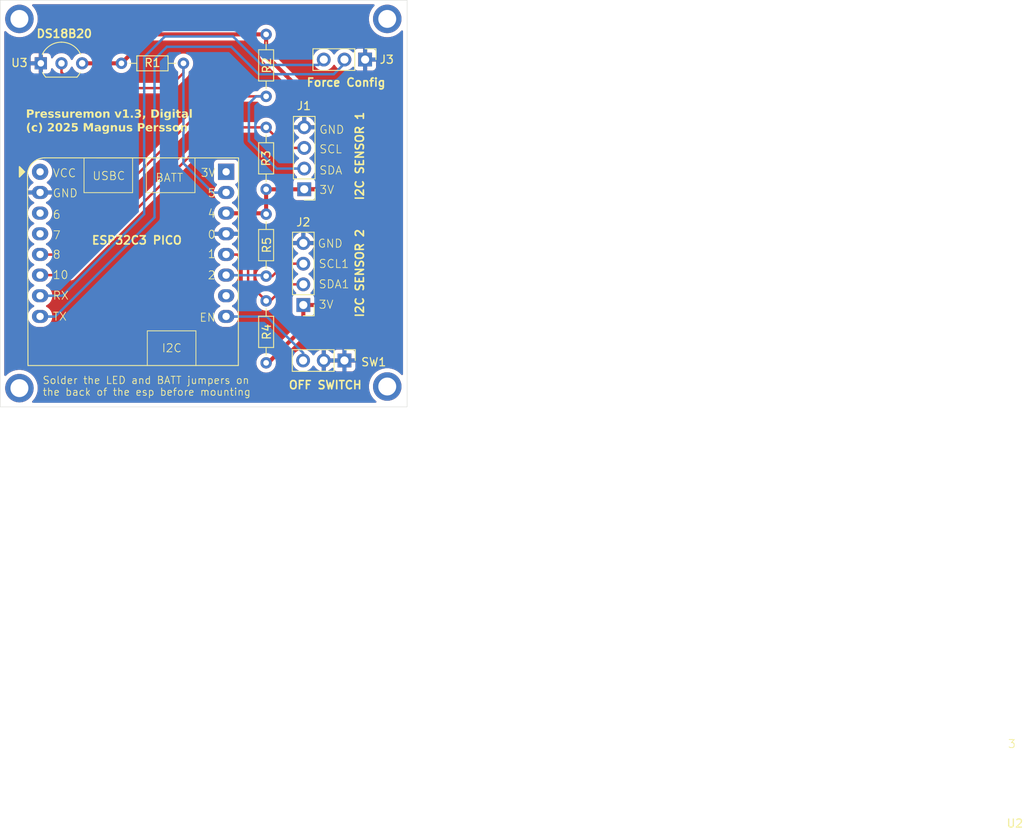
<source format=kicad_pcb>
(kicad_pcb (version 20241229) (generator "pcbnew") (generator_version "9.0")
  (layers (0 "F.Cu" signal) (2 "B.Cu" signal) (13 "F.Paste" user) (15 "B.Paste" user) (5 "F.SilkS" user "F.Silkscreen") (7 "B.SilkS" user "B.Silkscreen") (1 "F.Mask" user) (3 "B.Mask" user) (25 "Edge.Cuts" user))
  (net 0 "")
  (net 1 "GND")
  (net 2 "/SCL")
  (net 3 "/SDA")
  (net 4 "/SDA1")
  (net 5 "/SCL1")
  (net 6 "Net-(U2-5)")
  (net 9 "/VCC")
  (net 10 "Net-(J3-Pin_2)")
  (net 11 "Net-(J3-Pin_3)")
  (net 12 "Net-(SW1-C)")
  (footprint "Connector_PinHeader_2.54mm:PinHeader_1x03_P2.54mm_Vertical" (layer "F.Cu") (at 150.34 84.8 -90)
    (property "Reference" "SW1" (at 0.2 -3.6 180) (layer "F.SilkS"))
    (property "Value" "SW_SPDT" (hide yes))
    (fp_line (start -1.33 6.41) (end 1.33 6.41) (stroke (width 0.12)) (layer "F.SilkS"))
    (fp_line (start -1.33 1.27) (end -1.33 6.41) (stroke (width 0.12)) (layer "F.SilkS"))
    (fp_line (start -1.33 1.27) (end 1.33 1.27) (stroke (width 0.12)) (layer "F.SilkS"))
    (fp_line (start 1.33 1.27) (end 1.33 6.41) (stroke (width 0.12)) (layer "F.SilkS"))
    (fp_line (start -1.33 0) (end -1.33 -1.33) (stroke (width 0.12)) (layer "F.SilkS"))
    (fp_line (start -1.33 -1.33) (end 0 -1.33) (stroke (width 0.12)) (layer "F.SilkS"))
    (pad "1" thru_hole rect (at 0 0 270) (size 1.7 1.7) (drill 1) (layers "*.Cu" "*.Mask") (net 1 "GND"))
    (pad "2" thru_hole oval (at 0 2.54 270) (size 1.7 1.7) (drill 1) (layers "*.Cu" "*.Mask") (net 1 "GND"))
    (pad "3" thru_hole oval (at 0 5.08 270) (size 1.7 1.7) (drill 1) (layers "*.Cu" "*.Mask") (net 12 "Net-(SW1-C)"))
  )
  (footprint "Resistor_THT:R_Axial_DIN0204_L3.6mm_D1.6mm_P7.62mm_Horizontal" (layer "F.Cu") (at 140.716 85.09 90)
    (property "Reference" "R4" (at 3.81 0.084 90) (layer "F.SilkS"))
    (property "Value" "3.3k")
    (fp_line (start 5.73 -0.92) (end 1.89 -0.92) (stroke (width 0.12)) (layer "F.SilkS"))
    (fp_line (start 1.89 -0.92) (end 1.89 0.92) (stroke (width 0.12)) (layer "F.SilkS"))
    (fp_line (start 6.68 0) (end 5.73 0) (stroke (width 0.12)) (layer "F.SilkS"))
    (fp_line (start 0.94 0) (end 1.89 0) (stroke (width 0.12)) (layer "F.SilkS"))
    (fp_line (start 5.73 0.92) (end 5.73 -0.92) (stroke (width 0.12)) (layer "F.SilkS"))
    (fp_line (start 1.89 0.92) (end 5.73 0.92) (stroke (width 0.12)) (layer "F.SilkS"))
    (pad "1" thru_hole circle (at 0 0 90) (size 1.4 1.4) (drill 0.7) (layers "*.Cu" "*.Mask") (net 9 "/VCC"))
    (pad "2" thru_hole oval (at 7.62 0 90) (size 1.4 1.4) (drill 0.7) (layers "*.Cu" "*.Mask") (net 4 "/SDA1"))
  )
  (footprint "Connector_PinHeader_2.54mm:PinHeader_1x04_P2.54mm_Vertical" (layer "F.Cu") (at 145.4 63.744 180)
    (property "Reference" "J1" (at 0.034 10.244 0) (layer "F.SilkS"))
    (property "Value" "Conn_01x04_Pin" (hide yes))
    (fp_line (start 1.33 1.27) (end 1.33 8.95) (stroke (width 0.12)) (layer "F.SilkS"))
    (fp_line (start -1.33 8.95) (end 1.33 8.95) (stroke (width 0.12)) (layer "F.SilkS"))
    (fp_line (start -1.33 1.27) (end 1.33 1.27) (stroke (width 0.12)) (layer "F.SilkS"))
    (fp_line (start -1.33 1.27) (end -1.33 8.95) (stroke (width 0.12)) (layer "F.SilkS"))
    (fp_line (start -1.33 0) (end -1.33 -1.33) (stroke (width 0.12)) (layer "F.SilkS"))
    (fp_line (start -1.33 -1.33) (end 0 -1.33) (stroke (width 0.12)) (layer "F.SilkS"))
    (pad "1" thru_hole rect (at 0 0 180) (size 1.7 1.7) (drill 1) (layers "*.Cu" "*.Mask") (net 9 "/VCC"))
    (pad "2" thru_hole oval (at 0 2.54 180) (size 1.7 1.7) (drill 1) (layers "*.Cu" "*.Mask") (net 3 "/SDA"))
    (pad "3" thru_hole oval (at 0 5.08 180) (size 1.7 1.7) (drill 1) (layers "*.Cu" "*.Mask") (net 2 "/SCL"))
    (pad "4" thru_hole oval (at 0 7.62 180) (size 1.7 1.7) (drill 1) (layers "*.Cu" "*.Mask") (net 1 "GND"))
  )
  (footprint "Resistor_THT:R_Axial_DIN0204_L3.6mm_D1.6mm_P7.62mm_Horizontal" (layer "F.Cu") (at 122.936 48.26)
    (property "Reference" "R1" (at 3.81 -0.06 0) (layer "F.SilkS"))
    (property "Value" "3.3k")
    (fp_line (start 0.94 0) (end 1.89 0) (stroke (width 0.12)) (layer "F.SilkS"))
    (fp_line (start 1.89 -0.92) (end 1.89 0.92) (stroke (width 0.12)) (layer "F.SilkS"))
    (fp_line (start 1.89 0.92) (end 5.73 0.92) (stroke (width 0.12)) (layer "F.SilkS"))
    (fp_line (start 5.73 -0.92) (end 1.89 -0.92) (stroke (width 0.12)) (layer "F.SilkS"))
    (fp_line (start 5.73 0.92) (end 5.73 -0.92) (stroke (width 0.12)) (layer "F.SilkS"))
    (fp_line (start 6.68 0) (end 5.73 0) (stroke (width 0.12)) (layer "F.SilkS"))
    (pad "1" thru_hole circle (at 0 0) (size 1.4 1.4) (drill 0.7) (layers "*.Cu" "*.Mask") (net 9 "/VCC"))
    (pad "2" thru_hole oval (at 7.62 0) (size 1.4 1.4) (drill 0.7) (layers "*.Cu" "*.Mask") (net 6 "Net-(U2-5)"))
  )
  (footprint "Resistor_THT:R_Axial_DIN0204_L3.6mm_D1.6mm_P7.62mm_Horizontal" (layer "F.Cu") (at 140.716 44.704 -90)
    (property "Reference" "R2" (at 3.81 -0.084 90) (layer "F.SilkS"))
    (property "Value" "3.3k")
    (fp_line (start 1.89 0.92) (end 5.73 0.92) (stroke (width 0.12)) (layer "F.SilkS"))
    (fp_line (start 5.73 0.92) (end 5.73 -0.92) (stroke (width 0.12)) (layer "F.SilkS"))
    (fp_line (start 0.94 0) (end 1.89 0) (stroke (width 0.12)) (layer "F.SilkS"))
    (fp_line (start 6.68 0) (end 5.73 0) (stroke (width 0.12)) (layer "F.SilkS"))
    (fp_line (start 1.89 -0.92) (end 1.89 0.92) (stroke (width 0.12)) (layer "F.SilkS"))
    (fp_line (start 5.73 -0.92) (end 1.89 -0.92) (stroke (width 0.12)) (layer "F.SilkS"))
    (pad "1" thru_hole circle (at 0 0 270) (size 1.4 1.4) (drill 0.7) (layers "*.Cu" "*.Mask") (net 9 "/VCC"))
    (pad "2" thru_hole oval (at 7.62 0 270) (size 1.4 1.4) (drill 0.7) (layers "*.Cu" "*.Mask") (net 3 "/SDA"))
  )
  (footprint "MountingHole:MountingHole_2.2mm_M2_ISO7380_Pad" (layer "F.Cu") (at 155.6 42.8)
    (property "Reference" "H1" (hide yes))
    (property "Value" "MountingHole_Pad" (hide yes))
    (pad "1" thru_hole circle (at 0 0) (size 3.5 3.5) (drill 2.2) (layers "*.Cu" "*.Mask"))
  )
  (footprint "MountingHole:MountingHole_2.2mm_M2_ISO7380_Pad" (layer "F.Cu") (at 155.6 88)
    (property "Reference" "H3" (hide yes))
    (property "Value" "MountingHole_Pad" (hide yes))
    (pad "1" thru_hole circle (at 0 0) (size 3.5 3.5) (drill 2.2) (layers "*.Cu" "*.Mask"))
  )
  (footprint "MountingHole:MountingHole_2.2mm_M2_ISO7380_Pad" (layer "F.Cu") (at 110.4 42.8)
    (property "Reference" "H2" (hide yes))
    (property "Value" "MountingHole_Pad" (hide yes))
    (pad "1" thru_hole circle (at 0 0) (size 3.5 3.5) (drill 2.2) (layers "*.Cu" "*.Mask"))
  )
  (footprint "Package_TO_SOT_THT:TO-92L_Inline_Wide" (layer "F.Cu") (at 113.03 48.26)
    (property "Reference" "U3" (at -2.63 -0.06 0) (layer "F.SilkS"))
    (property "Value" "DS18B20")
    (fp_line (start 0.6 1.7) (end 4.45 1.7) (stroke (width 0.12)) (layer "F.SilkS"))
    (fp_arc (start 0.1836 -1.098807) (mid 1.143021 -2.192817) (end 2.54 -2.6) (stroke (width 0.12)) (layer "F.SilkS"))
    (fp_arc (start 0.6 1.7) (mid 0.389183 1.423933) (end 0.217369 1.122045) (stroke (width 0.12)) (layer "F.SilkS"))
    (fp_arc (start 2.54 -2.6) (mid 3.936979 -2.192818) (end 4.8964 -1.098807) (stroke (width 0.12)) (layer "F.SilkS"))
    (fp_arc (start 4.842383 1.112264) (mid 4.666594 1.419753) (end 4.45 1.7) (stroke (width 0.12)) (layer "F.SilkS"))
    (pad "1" thru_hole rect (at 0 0) (size 1.5 1.5) (drill 0.8) (layers "*.Cu" "*.Mask") (net 1 "GND"))
    (pad "2" thru_hole circle (at 2.54 0) (size 1.5 1.5) (drill 0.8) (layers "*.Cu" "*.Mask") (net 6 "Net-(U2-5)"))
    (pad "3" thru_hole circle (at 5.08 0) (size 1.5 1.5) (drill 0.8) (layers "*.Cu" "*.Mask") (net 9 "/VCC"))
  )
  (footprint "Resistor_THT:R_Axial_DIN0204_L3.6mm_D1.6mm_P7.62mm_Horizontal" (layer "F.Cu") (at 140.716 66.802 -90)
    (property "Reference" "R5" (at 3.81 -0.084 90) (layer "F.SilkS"))
    (property "Value" "3.3k")
    (fp_line (start 1.89 0.92) (end 5.73 0.92) (stroke (width 0.12)) (layer "F.SilkS"))
    (fp_line (start 5.73 0.92) (end 5.73 -0.92) (stroke (width 0.12)) (layer "F.SilkS"))
    (fp_line (start 0.94 0) (end 1.89 0) (stroke (width 0.12)) (layer "F.SilkS"))
    (fp_line (start 6.68 0) (end 5.73 0) (stroke (width 0.12)) (layer "F.SilkS"))
    (fp_line (start 1.89 -0.92) (end 1.89 0.92) (stroke (width 0.12)) (layer "F.SilkS"))
    (fp_line (start 5.73 -0.92) (end 1.89 -0.92) (stroke (width 0.12)) (layer "F.SilkS"))
    (pad "1" thru_hole circle (at 0 0 270) (size 1.4 1.4) (drill 0.7) (layers "*.Cu" "*.Mask") (net 9 "/VCC"))
    (pad "2" thru_hole oval (at 7.62 0 270) (size 1.4 1.4) (drill 0.7) (layers "*.Cu" "*.Mask") (net 5 "/SCL1"))
  )
  (footprint "Connector_PinHeader_2.54mm:PinHeader_1x03_P2.54mm_Vertical" (layer "F.Cu") (at 152.88 47.8 -90)
    (property "Reference" "J3" (at 0 -2.66 0) (layer "F.SilkS"))
    (property "Value" "Force Config" (hide yes))
    (fp_line (start -1.33 6.41) (end 1.33 6.41) (stroke (width 0.12)) (layer "F.SilkS"))
    (fp_line (start -1.33 1.27) (end -1.33 6.41) (stroke (width 0.12)) (layer "F.SilkS"))
    (fp_line (start -1.33 1.27) (end 1.33 1.27) (stroke (width 0.12)) (layer "F.SilkS"))
    (fp_line (start 1.33 1.27) (end 1.33 6.41) (stroke (width 0.12)) (layer "F.SilkS"))
    (fp_line (start -1.33 0) (end -1.33 -1.33) (stroke (width 0.12)) (layer "F.SilkS"))
    (fp_line (start -1.33 -1.33) (end 0 -1.33) (stroke (width 0.12)) (layer "F.SilkS"))
    (pad "1" thru_hole rect (at 0 0 270) (size 1.7 1.7) (drill 1) (layers "*.Cu" "*.Mask") (net 1 "GND"))
    (pad "2" thru_hole oval (at 0 2.54 270) (size 1.7 1.7) (drill 1) (layers "*.Cu" "*.Mask") (net 10 "Net-(J3-Pin_2)"))
    (pad "3" thru_hole oval (at 0 5.08 270) (size 1.7 1.7) (drill 1) (layers "*.Cu" "*.Mask") (net 11 "Net-(J3-Pin_3)"))
  )
  (footprint "Connector_PinHeader_2.54mm:PinHeader_1x04_P2.54mm_Vertical" (layer "F.Cu") (at 145.288 77.978 180)
    (property "Reference" "J2" (at 0 10.178 180) (layer "F.SilkS"))
    (property "Value" "Conn_01x04_Pin" (hide yes))
    (fp_line (start 1.33 1.27) (end 1.33 8.95) (stroke (width 0.12)) (layer "F.SilkS"))
    (fp_line (start -1.33 8.95) (end 1.33 8.95) (stroke (width 0.12)) (layer "F.SilkS"))
    (fp_line (start -1.33 1.27) (end 1.33 1.27) (stroke (width 0.12)) (layer "F.SilkS"))
    (fp_line (start -1.33 1.27) (end -1.33 8.95) (stroke (width 0.12)) (layer "F.SilkS"))
    (fp_line (start -1.33 0) (end -1.33 -1.33) (stroke (width 0.12)) (layer "F.SilkS"))
    (fp_line (start -1.33 -1.33) (end 0 -1.33) (stroke (width 0.12)) (layer "F.SilkS"))
    (pad "1" thru_hole rect (at 0 0 180) (size 1.7 1.7) (drill 1) (layers "*.Cu" "*.Mask") (net 9 "/VCC"))
    (pad "2" thru_hole oval (at 0 2.54 180) (size 1.7 1.7) (drill 1) (layers "*.Cu" "*.Mask") (net 4 "/SDA1"))
    (pad "3" thru_hole oval (at 0 5.08 180) (size 1.7 1.7) (drill 1) (layers "*.Cu" "*.Mask") (net 5 "/SCL1"))
    (pad "4" thru_hole oval (at 0 7.62 180) (size 1.7 1.7) (drill 1) (layers "*.Cu" "*.Mask") (net 1 "GND"))
  )
  (footprint "MountingHole:MountingHole_2.2mm_M2_ISO7380_Pad" (layer "F.Cu") (at 110.4 88.2)
    (property "Reference" "H4" (hide yes))
    (property "Value" "MountingHole_Pad" (hide yes))
    (pad "1" thru_hole circle (at 0 0) (size 3.5 3.5) (drill 2.2) (layers "*.Cu" "*.Mask"))
  )
  (footprint "magnus:lolin-esp32c3-pico" (layer "F.Cu") (at 112.94 61.6)
    (property "Reference" "U2" (at 119.785 80.115 0) (layer "F.SilkS"))
    (property "Value" "~")
    (fp_line (start -1.49 23.82) (end -1.54576 0.424895) (stroke (width 0.12)) (layer "F.SilkS"))
    (fp_line (start -1.49 23.82) (end 24.359987 23.820136) (stroke (width 0.12)) (layer "F.SilkS"))
    (fp_line (start 5.4 -1.65) (end 5.4 2.56) (stroke (width 0.1)) (layer "F.SilkS"))
    (fp_line (start 5.4 2.56) (end 11.37 2.56) (stroke (width 0.1)) (layer "F.SilkS"))
    (fp_line (start 11.37 2.56) (end 11.37 -1.71) (stroke (width 0.1)) (layer "F.SilkS"))
    (fp_line (start 13.06 -1.66) (end 13.06 2.56) (stroke (width 0.1)) (layer "F.SilkS"))
    (fp_line (start 13.06 2.56) (end 19.03 2.56) (stroke (width 0.1)) (layer "F.SilkS"))
    (fp_line (start 13.175 19.56) (end 13.175 23.82) (stroke (width 0.1)) (layer "F.SilkS"))
    (fp_line (start 13.175 19.56) (end 19.145 19.56) (stroke (width 0.1)) (layer "F.SilkS"))
    (fp_line (start 19.03 2.56) (end 19.03 -1.71) (stroke (width 0.1)) (layer "F.SilkS"))
    (fp_line (start 19.145 23.83) (end 19.145 19.56) (stroke (width 0.1)) (layer "F.SilkS"))
    (fp_line (start 24.36 23.81) (end 24.392227 -1.709998) (stroke (width 0.12)) (layer "F.SilkS"))
    (fp_line (start 24.384 -1.71) (end 0.584216 -1.715786) (stroke (width 0.12)) (layer "F.SilkS"))
    (fp_arc (start -1.545786 0.414214) (mid -0.921923 -1.091923) (end 0.584214 -1.715786) (stroke (width 0.12)) (layer "F.SilkS"))
    (fp_poly (pts (xy -2.54 -0.635) (xy -2.54 0.635) (xy -1.905 0)) (stroke (width 0.15)) (fill yes) (layer "F.SilkS"))
    (fp_text user "2" (at 20.537143 13.3 0) (layer "F.SilkS") (effects (font (thickness 0.1)) (justify left bottom)))
    (fp_text user "1" (at 20.537143 10.68 0) (layer "F.SilkS") (effects (font (thickness 0.1)) (justify left bottom)))
    (fp_text user "3V" (at 19.68 0.7 0) (layer "F.SilkS") (effects (font (thickness 0.1)) (justify left bottom)))
    (fp_text user "7" (at 1.5 8.38 0) (layer "F.SilkS") (effects (font (thickness 0.1)) (justify left bottom)))
    (fp_text user "10" (at 1.5 13.26 0) (layer "F.SilkS") (effects (font (thickness 0.1)) (justify left bottom)))
    (fp_text user "5" (at 20.537143 3.19 0) (layer "F.SilkS") (effects (font (thickness 0.1)) (justify left bottom)))
    (fp_text user "GND" (at 1.5 3.21 0) (layer "F.SilkS") (effects (font (thickness 0.1)) (justify left bottom)))
    (fp_text user "4" (at 20.537143 5.72 0) (layer "F.SilkS") (effects (font (thickness 0.1)) (justify left bottom)))
    (fp_text user "VCC" (at 1.5 0.74 0) (layer "F.SilkS") (effects (font (thickness 0.1)) (justify left bottom)))
    (fp_text user "I2C" (at 14.9 22.26 0) (layer "F.SilkS") (effects (font (thickness 0.1)) (justify left bottom)))
    (fp_text user "EN" (at 19.537143 18.5 0) (layer "F.SilkS") (effects (font (thickness 0.1)) (justify left bottom)))
    (fp_text user "TX" (at 1.5 18.38 0) (layer "F.SilkS") (effects (font (thickness 0.1)) (justify left bottom)))
    (fp_text user "6" (at 1.5 5.85 0) (layer "F.SilkS") (effects (font (thickness 0.1)) (justify left bottom)))
    (fp_text user "BATT" (at 14.13 1.31 0) (layer "F.SilkS") (effects (font (thickness 0.1)) (justify left bottom)))
    (fp_text user "0" (at 20.537143 8.3 0) (layer "F.SilkS") (effects (font (thickness 0.1)) (justify left bottom)))
    (fp_text user "3" (at 118.872143 70.925 0) (layer "F.SilkS") (effects (font (thickness 0.1)) (justify left bottom)))
    (fp_text user "USBC" (at 6.38 1.09 0) (layer "F.SilkS") (effects (font (thickness 0.1)) (justify left bottom)))
    (fp_text user "8" (at 1.5 10.76 0) (layer "F.SilkS") (effects (font (thickness 0.1)) (justify left bottom)))
    (fp_text user "RX" (at 1.5 15.8 0) (layer "F.SilkS") (effects (font (thickness 0.1)) (justify left bottom)))
    (pad "1" thru_hole rect (at 22.86 0) (size 2 2) (drill 0.9) (layers "*.Cu" "*.Mask"))
    (pad "2" thru_hole oval (at 22.86 2.54) (size 2 1.6) (drill 0.9) (layers "*.Cu" "*.Mask") (net 6 "Net-(U2-5)"))
    (pad "3" thru_hole oval (at 22.86 5.08) (size 2 1.6) (drill 0.9) (layers "*.Cu" "*.Mask") (net 9 "/VCC"))
    (pad "4" thru_hole oval (at 22.86 7.62) (size 2 1.6) (drill 0.9) (layers "*.Cu" "*.Mask") (net 1 "GND"))
    (pad "5" thru_hole oval (at 22.86 10.16) (size 2 1.6) (drill 0.9) (layers "*.Cu" "*.Mask") (net 4 "/SDA1"))
    (pad "6" thru_hole oval (at 22.86 12.7) (size 2 1.6) (drill 0.9) (layers "*.Cu" "*.Mask") (net 5 "/SCL1"))
    (pad "7" thru_hole oval (at 22.86 15.24) (size 2 1.6) (drill 0.9) (layers "*.Cu" "*.Mask"))
    (pad "8" thru_hole oval (at 22.86 17.78) (size 2 1.6) (drill 0.9) (layers "*.Cu" "*.Mask") (net 12 "Net-(SW1-C)"))
    (pad "9" thru_hole oval (at 0 17.78) (size 2 1.6) (drill 0.9) (layers "*.Cu" "*.Mask") (net 10 "Net-(J3-Pin_2)"))
    (pad "10" thru_hole oval (at 0 15.24) (size 2 1.6) (drill 0.9) (layers "*.Cu" "*.Mask") (net 11 "Net-(J3-Pin_3)"))
    (pad "11" thru_hole oval (at 0 12.7) (size 2 1.6) (drill 0.9) (layers "*.Cu" "*.Mask") (net 2 "/SCL"))
    (pad "12" thru_hole oval (at 0 10.16) (size 2 1.6) (drill 0.9) (layers "*.Cu" "*.Mask") (net 3 "/SDA"))
    (pad "13" thru_hole oval (at 0 7.62) (size 2 1.6) (drill 0.9) (layers "*.Cu" "*.Mask"))
    (pad "14" thru_hole oval (at 0 5.08) (size 2 1.6) (drill 0.9) (layers "*.Cu" "*.Mask"))
    (pad "15" thru_hole oval (at 0 2.54) (size 2 1.6) (drill 0.9) (layers "*.Cu" "*.Mask") (net 1 "GND"))
    (pad "16" thru_hole circle (at 0 0) (size 2 2) (drill 0.9) (layers "*.Cu" "*.Mask"))
  )
  (footprint "Resistor_THT:R_Axial_DIN0204_L3.6mm_D1.6mm_P7.62mm_Horizontal" (layer "F.Cu") (at 140.716 63.754 90)
    (property "Reference" "R3" (at 3.81 0 90) (layer "F.SilkS"))
    (property "Value" "3.3k")
    (fp_line (start 5.73 -0.92) (end 1.89 -0.92) (stroke (width 0.12)) (layer "F.SilkS"))
    (fp_line (start 1.89 -0.92) (end 1.89 0.92) (stroke (width 0.12)) (layer "F.SilkS"))
    (fp_line (start 6.68 0) (end 5.73 0) (stroke (width 0.12)) (layer "F.SilkS"))
    (fp_line (start 0.94 0) (end 1.89 0) (stroke (width 0.12)) (layer "F.SilkS"))
    (fp_line (start 5.73 0.92) (end 5.73 -0.92) (stroke (width 0.12)) (layer "F.SilkS"))
    (fp_line (start 1.89 0.92) (end 5.73 0.92) (stroke (width 0.12)) (layer "F.SilkS"))
    (pad "1" thru_hole circle (at 0 0 90) (size 1.4 1.4) (drill 0.7) (layers "*.Cu" "*.Mask") (net 9 "/VCC"))
    (pad "2" thru_hole oval (at 7.62 0 90) (size 1.4 1.4) (drill 0.7) (layers "*.Cu" "*.Mask") (net 2 "/SCL"))
  )
  (gr_rect (start 108.039 40.5) (end 158.039 90.5) (stroke (width 0.05)) (fill no) (layer "Edge.Cuts"))
  (gr_text "GND" (at 147 71 0) (layer "F.SilkS") (effects (font (size 1 1) (thickness 0.1)) (justify left bottom)))
  (gr_text "Force Config\n" (at 145.6 51.2 0) (layer "F.SilkS") (effects (font (size 1 1) (thickness 0.2) (bold yes)) (justify left bottom)))
  (gr_text "SCL1" (at 147.118 73.5 0) (layer "F.SilkS") (effects (font (size 1 1) (thickness 0.1)) (justify left bottom)))
  (gr_text "Solder the LED and BATT jumpers on \nthe back of the esp before mounting" (at 113.2 89.2 0) (layer "F.SilkS") (effects (font (size 0.9 0.9) (thickness 0.1)) (justify left bottom)))
  (gr_text "3V" (at 147.2 64.4 0) (layer "F.SilkS") (effects (font (size 1 1) (thickness 0.1)) (justify left bottom)))
  (gr_text "SDA1" (at 147.118 76 0) (layer "F.SilkS") (effects (font (size 1 1) (thickness 0.1)) (justify left bottom)))
  (gr_text "I2C SENSOR 2" (at 152.8 79.6 90) (layer "F.SilkS") (effects (font (size 1 1) (thickness 0.2) (bold yes)) (justify left bottom)))
  (gr_text "I2C SENSOR 1" (at 152.8 65.2 90) (layer "F.SilkS") (effects (font (size 1 1) (thickness 0.2) (bold yes)) (justify left bottom)))
  (gr_text "OFF SWITCH" (at 143.4 88.4 0) (layer "F.SilkS") (effects (font (size 1 1) (thickness 0.2) (bold yes)) (justify left bottom)))
  (gr_text "ESP32C3 PICO" (at 119.2 70.6 0) (layer "F.SilkS") (effects (font (size 1 1) (thickness 0.2) (bold yes)) (justify left bottom)))
  (gr_text "GND" (at 147.2 57 0) (layer "F.SilkS") (effects (font (size 1 1) (thickness 0.1)) (justify left bottom)))
  (gr_text "3V" (at 147.118 78.5 0) (layer "F.SilkS") (effects (font (size 1 1) (thickness 0.1)) (justify left bottom)))
  (gr_text "SCL" (at 147.2 59.4 0) (layer "F.SilkS") (effects (font (size 1 1) (thickness 0.1)) (justify left bottom)))
  (gr_text "SDA" (at 147.2 62 0) (layer "F.SilkS") (effects (font (size 1 1) (thickness 0.1)) (justify left bottom)))
  (gr_text "Pressuremon v1.3, Digital\n(c) 2025 Magnus Persson" (at 111.2 56.8 0) (layer "F.SilkS") (effects (font (size 1 1) (thickness 0.25) (bold yes)) (justify left bottom)))
  (gr_text "DS18B20" (at 112.4 45.2 0) (layer "F.SilkS") (effects (font (size 1 1) (thickness 0.2) (bold yes)) (justify left bottom)))
  (segment (start 112.94 74.3) (end 116.708 74.3) (width 0.3) (layer "F.Cu") (net 2))
  (segment (start 113.78852 74.32) (end 113.03 74.32) (width 0.3) (layer "F.Cu") (net 2))
  (segment (start 116.708 74.3) (end 134.874 56.134) (width 0.3) (layer "F.Cu") (net 2))
  (segment (start 143.246 58.664) (end 145.034 58.664) (width 0.3) (layer "F.Cu") (net 2))
  (segment (start 134.874 56.134) (end 140.716 56.134) (width 0.3) (layer "F.Cu") (net 2))
  (segment (start 140.716 56.134) (end 143.246 58.664) (width 0.3) (layer "F.Cu") (net 2))
  (segment (start 134.476 52.324) (end 115.02 71.78) (width 0.3) (layer "F.Cu") (net 3))
  (segment (start 115.02 71.78) (end 113.894 71.78) (width 0.3) (layer "F.Cu") (net 3))
  (segment (start 140.716 52.324) (end 134.476 52.324) (width 0.3) (layer "F.Cu") (net 3))
  (segment (start 145.034 61.204) (end 142.004 61.204) (width 0.3) (layer "B.Cu") (net 3))
  (segment (start 138.6 57.8) (end 138.6 53.2) (width 0.3) (layer "B.Cu") (net 3))
  (segment (start 142.004 61.204) (end 138.6 57.8) (width 0.3) (layer "B.Cu") (net 3))
  (segment (start 139.476 52.324) (end 140.716 52.324) (width 0.3) (layer "B.Cu") (net 3))
  (segment (start 138.6 53.2) (end 139.476 52.324) (width 0.3) (layer "B.Cu") (net 3))
  (segment (start 136.754 71.78) (end 137.18 71.78) (width 0.3) (layer "F.Cu") (net 4))
  (segment (start 140.716 77.47) (end 141.224 77.47) (width 0.3) (layer "F.Cu") (net 4))
  (segment (start 138.5 75.254) (end 140.716 77.47) (width 0.3) (layer "F.Cu") (net 4))
  (segment (start 137.18 71.78) (end 138.5 73.1) (width 0.3) (layer "F.Cu") (net 4))
  (segment (start 143.256 75.438) (end 145.288 75.438) (width 0.3) (layer "F.Cu") (net 4))
  (segment (start 138.5 73.1) (end 138.5 75.254) (width 0.3) (layer "F.Cu") (net 4))
  (segment (start 141.224 77.47) (end 143.256 75.438) (width 0.3) (layer "F.Cu") (net 4))
  (segment (start 141.478 74.422) (end 143.002 72.898) (width 0.3) (layer "F.Cu") (net 5))
  (segment (start 140.716 74.422) (end 141.478 74.422) (width 0.3) (layer "F.Cu") (net 5))
  (segment (start 143.002 72.898) (end 145.288 72.898) (width 0.3) (layer "F.Cu") (net 5))
  (segment (start 140.614 74.32) (end 135.89 74.32) (width 0.3) (layer "B.Cu") (net 5))
  (segment (start 140.716 74.422) (end 140.614 74.32) (width 0.3) (layer "B.Cu") (net 5))
  (segment (start 128.692 51.308) (end 117.508 51.308) (width 0.3) (layer "F.Cu") (net 6))
  (segment (start 117.508 51.308) (end 115.57 49.37) (width 0.3) (layer "F.Cu") (net 6))
  (segment (start 115.57 49.37) (end 115.57 48.861) (width 0.3) (layer "F.Cu") (net 6))
  (segment (start 130.556 48.26) (end 130.556 49.444) (width 0.3) (layer "F.Cu") (net 6))
  (segment (start 130.556 49.444) (end 128.692 51.308) (width 0.3) (layer "F.Cu") (net 6))
  (segment (start 130.556 60.556) (end 130.556 48.26) (width 0.3) (layer "B.Cu") (net 6))
  (segment (start 135.026 64.16) (end 134.16 64.16) (width 0.3) (layer "B.Cu") (net 6))
  (segment (start 134.16 64.16) (end 130.556 60.556) (width 0.3) (layer "B.Cu") (net 6))
  (segment (start 146.811999 63.753999) (end 146.802 63.744) (width 0.5) (layer "F.Cu") (net 9))
  (segment (start 148 77) (end 147.022 77.978) (width 0.5) (layer "F.Cu") (net 9))
  (segment (start 140.614 66.7) (end 140.716 66.802) (width 0.5) (layer "F.Cu") (net 9))
  (segment (start 136.754 66.7) (end 140.614 66.7) (width 0.5) (layer "F.Cu") (net 9))
  (segment (start 122.936 48.26) (end 126.492 44.704) (width 0.5) (layer "F.Cu") (net 9))
  (segment (start 145.034 63.744) (end 146.744 63.744) (width 0.5) (layer "F.Cu") (net 9))
  (segment (start 146.744 63.744) (end 148 65) (width 0.5) (layer "F.Cu") (net 9))
  (segment (start 145.288 80.772) (end 145.288 77.978) (width 0.5) (layer "F.Cu") (net 9))
  (segment (start 140.716 66.802) (end 140.716 63.754) (width 0.5) (layer "F.Cu") (net 9))
  (segment (start 148.082 54.682) (end 148.082 62.483999) (width 0.5) (layer "F.Cu") (net 9))
  (segment (start 140.716 47.316) (end 148.082 54.682) (width 0.5) (layer "F.Cu") (net 9))
  (segment (start 126.492 44.704) (end 140.716 44.704) (width 0.5) (layer "F.Cu") (net 9))
  (segment (start 148.082 62.483999) (end 146.811999 63.753999) (width 0.5) (layer "F.Cu") (net 9))
  (segment (start 140.716 44.704) (end 140.716 47.316) (width 0.5) (layer "F.Cu") (net 9))
  (segment (start 140.97 85.09) (end 145.288 80.772) (width 0.5) (layer "F.Cu") (net 9))
  (segment (start 146.802 63.744) (end 145.034 63.744) (width 0.5) (layer "F.Cu") (net 9))
  (segment (start 147.022 77.978) (end 145.288 77.978) (width 0.5) (layer "F.Cu") (net 9))
  (segment (start 145.024 63.754) (end 145.034 63.744) (width 0.5) (layer "F.Cu") (net 9))
  (segment (start 148 65) (end 148 77) (width 0.5) (layer "F.Cu") (net 9))
  (segment (start 122.936 48.26) (end 118.11 48.26) (width 0.5) (layer "F.Cu") (net 9))
  (segment (start 140.716 63.754) (end 145.024 63.754) (width 0.5) (layer "F.Cu") (net 9))
  (segment (start 140.716 85.09) (end 140.97 85.09) (width 0.5) (layer "F.Cu") (net 9))
  (segment (start 150.34 47.8) (end 150.34 47.26) (width 0.3) (layer "B.Cu") (net 10))
  (segment (start 149.028 49.6) (end 150.34 48.288) (width 0.3) (layer "B.Cu") (net 10))
  (segment (start 136.428 46.228) (end 139.8 49.6) (width 0.3) (layer "B.Cu") (net 10))
  (segment (start 150.34 48.288) (end 150.34 47.8) (width 0.3) (layer "B.Cu") (net 10))
  (segment (start 139.8 49.6) (end 149.028 49.6) (width 0.3) (layer "B.Cu") (net 10))
  (segment (start 113.894 79.4) (end 114.8 79.4) (width 0.3) (layer "B.Cu") (net 10))
  (segment (start 127 67.2) (end 127 47.752) (width 0.3) (layer "B.Cu") (net 10))
  (segment (start 114.8 79.4) (end 127 67.2) (width 0.3) (layer "B.Cu") (net 10))
  (segment (start 127 47.752) (end 128.524 46.228) (width 0.3) (layer "B.Cu") (net 10))
  (segment (start 128.524 46.228) (end 136.428 46.228) (width 0.3) (layer "B.Cu") (net 10))
  (segment (start 128.27 44.958) (end 125.73 47.498) (width 0.3) (layer "B.Cu") (net 11))
  (segment (start 115.692 76.84) (end 112.94 76.84) (width 0.3) (layer "B.Cu") (net 11))
  (segment (start 136.652 44.958) (end 128.27 44.958) (width 0.3) (layer "B.Cu") (net 11))
  (segment (start 140.155612 48.461612) (end 136.652 44.958) (width 0.3) (layer "B.Cu") (net 11))
  (segment (start 147.138388 48.461612) (end 140.155612 48.461612) (width 0.3) (layer "B.Cu") (net 11))
  (segment (start 125.73 66.802) (end 115.692 76.84) (width 0.3) (layer "B.Cu") (net 11))
  (segment (start 125.73 47.498) (end 125.73 66.802) (width 0.3) (layer "B.Cu") (net 11))
  (segment (start 147.8 47.8) (end 147.138388 48.461612) (width 0.3) (layer "B.Cu") (net 11))
  (segment (start 136.754 79.4) (end 140.8 79.4) (width 0.3) (layer "B.Cu") (net 12))
  (segment (start 140.8 79.4) (end 145.26 83.86) (width 0.3) (layer "B.Cu") (net 12))
  (segment (start 145.26 83.86) (end 145.26 84.8) (width 0.3) (layer "B.Cu") (net 12))
  (segment (start 136.554 79.6) (end 136.754 79.4) (width 0.3) (layer "B.Cu") (net 12))
  (zone (net 1) (net_name "GND") (layer "F.Cu") (connect_pads (clearance 0.5)) (min_thickness 0.25) (fill yes (thermal_gap 0.5) (thermal_bridge_width 0.5))
    (polygon (pts (xy 108.4 40.8) (xy 157.6 40.8) (xy 157.734 90.243234) (xy 108.4 90.2)))
  )
  (zone (net 1) (net_name "GND") (layer "B.Cu") (priority 1) (connect_pads (clearance 0.5)) (min_thickness 0.25) (fill yes (thermal_gap 0.5) (thermal_bridge_width 0.5))
    (polygon (pts (xy 108.4 40.8) (xy 157.6 40.8) (xy 157.6 90) (xy 108.4 90.2)))
  )
)
</source>
